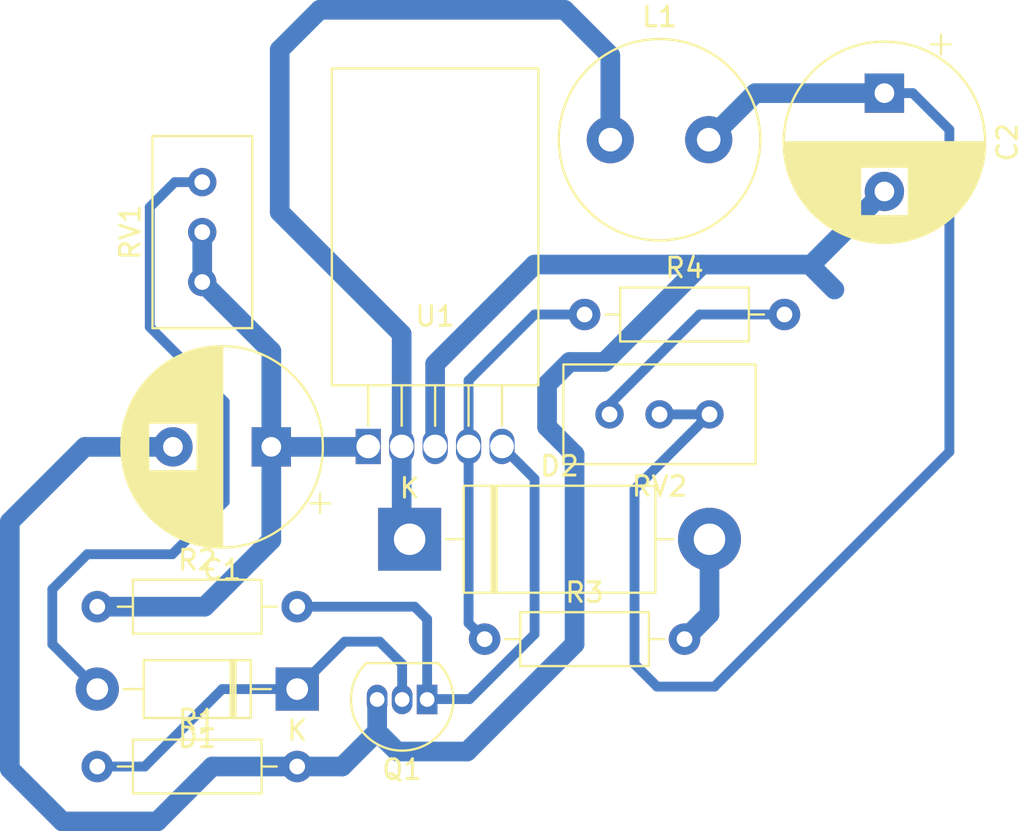
<source format=kicad_pcb>
(kicad_pcb (version 20211014) (generator pcbnew)
  (layers (0 "F.Cu" signal) (31 "B.Cu" signal) (34 "B.Paste" user) (35 "F.Paste" user) (36 "B.SilkS" user "B.Silkscreen") (37 "F.SilkS" user "F.Silkscreen") (38 "B.Mask" user) (39 "F.Mask" user) (44 "Edge.Cuts" user))
  (net 0 "")
  (net 1 "Net-(L1-Pad2)")
  (net 2 "Earth")
  (net 3 "Net-(D1-Pad1)")
  (net 4 "Net-(U1-Pad1)")
  (net 5 "Net-(D1-Pad2)")
  (net 6 "Net-(D2-Pad1)")
  (net 7 "Net-(U1-Pad5)")
  (net 8 "Net-(R3-Pad1)")
  (net 9 "Net-(RV2-Pad1)")
  (footprint "Resistor_THT:R_Axial_DIN0207_L6.3mm_D2.5mm_P10.16mm_Horizontal" (layer "F.Cu") (at 137.16 83.82)
    (fp_text reference "R3" (at 5.08 -2.37) (layer "F.SilkS"))
    (fp_text value "1k")
    (fp_line (start 1.04 0) (end 1.81 0) (layer "F.SilkS") (width 0.12))
    (fp_line (start 8.35 1.37) (end 8.35 -1.37) (layer "F.SilkS") (width 0.12))
    (fp_line (start 1.81 1.37) (end 8.35 1.37) (layer "F.SilkS") (width 0.12))
    (fp_line (start 1.81 -1.37) (end 1.81 1.37) (layer "F.SilkS") (width 0.12))
    (fp_line (start 9.12 0) (end 8.35 0) (layer "F.SilkS") (width 0.12))
    (fp_line (start 8.35 -1.37) (end 1.81 -1.37) (layer "F.SilkS") (width 0.12))
    (pad "1" thru_hole circle (at 0 0) (size 1.6 1.6) (drill 0.8) (layers *.Cu *.Mask) (net 8 "Net-(R3-Pad1)"))
    (pad "2" thru_hole oval (at 10.16 0) (size 1.6 1.6) (drill 0.8) (layers *.Cu *.Mask) (net 2 "Earth"))
  )
  (footprint "Capacitor_THT:CP_Radial_D10.0mm_P5.00mm" (layer "F.Cu") (at 126.319677 74.041 180)
    (fp_text reference "C1" (at 2.5 -6.25) (layer "F.SilkS"))
    (fp_text value "470u")
    (fp_line (start 4.341 -4.738) (end 4.341 -1.241) (layer "F.SilkS") (width 0.12))
    (fp_line (start 5.381 1.241) (end 5.381 4.194) (layer "F.SilkS") (width 0.12))
    (fp_line (start 7.341 -1.63) (end 7.341 1.63) (layer "F.SilkS") (width 0.12))
    (fp_line (start 4.501 1.241) (end 4.501 4.674) (layer "F.SilkS") (width 0.12))
    (fp_line (start 4.941 1.241) (end 4.941 4.462) (layer "F.SilkS") (width 0.12))
    (fp_line (start 6.021 1.241) (end 6.021 3.679) (layer "F.SilkS") (width 0.12))
    (fp_line (start 6.061 1.241) (end 6.061 3.64) (layer "F.SilkS") (width 0.12))
    (fp_line (start 5.581 -4.05) (end 5.581 -1.241) (layer "F.SilkS") (width 0.12))
    (fp_line (start 3.661 -4.947) (end 3.661 4.947) (layer "F.SilkS") (width 0.12))
    (fp_line (start 4.821 -4.525) (end 4.821 -1.241) (layer "F.SilkS") (width 0.12))
    (fp_line (start 5.541 1.241) (end 5.541 4.08) (layer "F.SilkS") (width 0.12))
    (fp_line (start 4.781 1.241) (end 4.781 4.545) (layer "F.SilkS") (width 0.12))
    (fp_line (start 4.861 1.241) (end 4.861 4.504) (layer "F.SilkS") (width 0.12))
    (fp_line (start 2.54 -5.08) (end 2.54 5.08) (layer "F.SilkS") (width 0.12))
    (fp_line (start 3.261 -5.024) (end 3.261 5.024) (layer "F.SilkS") (width 0.12))
    (fp_line (start 4.701 1.241) (end 4.701 4.584) (layer "F.SilkS") (width 0.12))
    (fp_line (start 2.82 -5.07) (end 2.82 5.07) (layer "F.SilkS") (width 0.12))
    (fp_line (start 5.821 -3.858) (end 5.821 -1.241) (layer "F.SilkS") (width 0.12))
    (fp_line (start 2.74 -5.075) (end 2.74 5.075) (layer "F.SilkS") (width 0.12))
    (fp_line (start 4.741 -4.564) (end 4.741 -1.241) (layer "F.SilkS") (width 0.12))
    (fp_line (start 2.86 -5.068) (end 2.86 5.068) (layer "F.SilkS") (width 0.12))
    (fp_line (start 5.781 1.241) (end 5.781 3.892) (layer "F.SilkS") (width 0.12))
    (fp_line (start 6.941 -2.51) (end 6.941 2.51) (layer "F.SilkS") (width 0.12))
    (fp_line (start 4.621 1.241) (end 4.621 4.621) (layer "F.SilkS") (width 0.12))
    (fp_line (start 7.141 -2.125) (end 7.141 2.125) (layer "F.SilkS") (width 0.12))
    (fp_line (start 5.981 1.241) (end 5.981 3.716) (layer "F.SilkS") (width 0.12))
    (fp_line (start 4.941 -4.462) (end 4.941 -1.241) (layer "F.SilkS") (width 0.12))
    (fp_line (start 5.501 1.241) (end 5.501 4.11) (layer "F.SilkS") (width 0.12))
    (fp_line (start 6.221 -3.478) (end 6.221 -1.241) (layer "F.SilkS") (width 0.12))
    (fp_line (start 4.901 1.241) (end 4.901 4.483) (layer "F.SilkS") (width 0.12))
    (fp_line (start 2.94 -5.062) (end 2.94 5.062) (layer "F.SilkS") (width 0.12))
    (fp_line (start 7.221 -1.944) (end 7.221 1.944) (layer "F.SilkS") (width 0.12))
    (fp_line (start 4.421 1.241) (end 4.421 4.707) (layer "F.SilkS") (width 0.12))
    (fp_line (start 3.18 -5.035) (end 3.18 5.035) (layer "F.SilkS") (width 0.12))
    (fp_line (start 5.701 1.241) (end 5.701 3.957) (layer "F.SilkS") (width 0.12))
    (fp_line (start 6.181 1.241) (end 6.181 3.52) (layer "F.SilkS") (width 0.12))
    (fp_line (start 7.181 -2.037) (end 7.181 2.037) (layer "F.SilkS") (width 0.12))
    (fp_line (start 4.981 -4.44) (end 4.981 -1.241) (layer "F.SilkS") (width 0.12))
    (fp_line (start 6.781 -2.77) (end 6.781 2.77) (layer "F.SilkS") (width 0.12))
    (fp_line (start 3.901 -4.885) (end 3.901 -1.241) (layer "F.SilkS") (width 0.12))
    (fp_line (start 2.78 -5.073) (end 2.78 5.073) (layer "F.SilkS") (width 0.12))
    (fp_line (start -2.979646 -2.875) (end -1.979646 -2.875) (layer "F.SilkS") (width 0.12))
    (fp_line (start 6.421 -3.254) (end 6.421 3.254) (layer "F.SilkS") (width 0.12))
    (fp_line (start 6.701 -2.889) (end 6.701 2.889) (layer "F.SilkS") (width 0.12))
    (fp_line (start 6.061 -3.64) (end 6.061 -1.241) (layer "F.SilkS") (width 0.12))
    (fp_line (start 4.701 -4.584) (end 4.701 -1.241) (layer "F.SilkS") (width 0.12))
    (fp_line (start 3.981 1.241) (end 3.981 4.862) (layer "F.SilkS") (width 0.12))
    (fp_line (start 6.341 -3.347) (end 6.341 3.347) (layer "F.SilkS") (width 0.12))
    (fp_line (start 4.421 -4.707) (end 4.421 -1.241) (layer "F.SilkS") (width 0.12))
    (fp_line (start 5.061 1.241) (end 5.061 4.395) (layer "F.SilkS") (width 0.12))
    (fp_line (start 4.181 -4.797) (end 4.181 -1.241) (layer "F.SilkS") (width 0.12))
    (fp_line (start 5.541 -4.08) (end 5.541 -1.241) (layer "F.SilkS") (width 0.12))
    (fp_line (start 2.9 -5.065) (end 2.9 5.065) (layer "F.SilkS") (width 0.12))
    (fp_line (start 4.181 1.241) (end 4.181 4.797) (layer "F.SilkS") (width 0.12))
    (fp_line (start 5.621 -4.02) (end 5.621 -1.241) (layer "F.SilkS") (width 0.12))
    (fp_line (start 5.501 -4.11) (end 5.501 -1.241) (layer "F.SilkS") (width 0.12))
    (fp_line (start 6.261 -3.436) (end 6.261 3.436) (layer "F.SilkS") (width 0.12))
    (fp_line (start 4.501 -4.674) (end 4.501 -1.241) (layer "F.SilkS") (width 0.12))
    (fp_line (start 4.461 1.241) (end 4.461 4.69) (layer "F.SilkS") (width 0.12))
    (fp_line (start 5.141 1.241) (end 5.141 4.347) (layer "F.SilkS") (width 0.12))
    (fp_line (start 6.461 -3.206) (end 6.461 3.206) (layer "F.SilkS") (width 0.12))
    (fp_line (start 4.581 -4.639) (end 4.581 -1.241) (layer "F.SilkS") (width 0.12))
    (fp_line (start 2.7 -5.077) (end 2.7 5.077) (layer "F.SilkS") (width 0.12))
    (fp_line (start 3.861 -4.897) (end 3.861 -1.241) (layer "F.SilkS") (width 0.12))
    (fp_line (start 6.901 -2.579) (end 6.901 2.579) (layer "F.SilkS") (width 0.12))
    (fp_line (start 6.221 1.241) (end 6.221 3.478) (layer "F.SilkS") (width 0.12))
    (fp_line (start 4.341 1.241) (end 4.341 4.738) (layer "F.SilkS") (width 0.12))
    (fp_line (start 6.821 -2.709) (end 6.821 2.709) (layer "F.SilkS") (width 0.12))
    (fp_line (start 5.821 1.241) (end 5.821 3.858) (layer "F.SilkS") (width 0.12))
    (fp_line (start 3.941 -4.874) (end 3.941 -1.241) (layer "F.SilkS") (width 0.12))
    (fp_line (start 4.061 1.241) (end 4.061 4.837) (layer "F.SilkS") (width 0.12))
    (fp_line (start 6.981 -2.439) (end 6.981 2.439) (layer "F.SilkS") (width 0.12))
    (fp_line (start 5.781 -3.892) (end 5.781 -1.241) (layer "F.SilkS") (width 0.12))
    (fp_line (start 4.381 1.241) (end 4.381 4.723) (layer "F.SilkS") (width 0.12))
    (fp_line (start 5.461 -4.138) (end 5.461 -1.241) (layer "F.SilkS") (width 0.12))
    (fp_line (start 4.581 1.241) (end 4.581 4.639) (layer "F.SilkS") (width 0.12))
    (fp_line (start 4.221 -4.783) (end 4.221 -1.241) (layer "F.SilkS") (width 0.12))
    (fp_line (start 4.061 -4.837) (end 4.061 -1.241) (layer "F.SilkS") (width 0.12))
    (fp_line (start 4.301 1.241) (end 4.301 4.754) (layer "F.SilkS") (width 0.12))
    (fp_line (start 4.021 1.241) (end 4.021 4.85) (layer "F.SilkS") (width 0.12))
    (fp_line (start 6.101 -3.601) (end 6.101 -1.241) (layer "F.SilkS") (width 0.12))
    (fp_line (start 6.661 -2.945) (end 6.661 2.945) (layer "F.SilkS") (width 0.12))
    (fp_line (start 5.941 -3.753) (end 5.941 -1.241) (layer "F.SilkS") (width 0.12))
    (fp_line (start 5.101 1.241) (end 5.101 4.371) (layer "F.SilkS") (width 0.12))
    (fp_line (start 4.861 -4.504) (end 4.861 -1.241) (layer "F.SilkS") (width 0.12))
    (fp_line (start 7.301 -1.742) (end 7.301 1.742) (layer "F.SilkS") (width 0.12))
    (fp_line (start 4.821 1.241) (end 4.821 4.525) (layer "F.SilkS") (width 0.12))
    (fp_line (start 3.501 -4.982) (end 3.501 4.982) (layer "F.SilkS") (width 0.12))
    (fp_line (start 5.261 -4.273) (end 5.261 -1.241) (layer "F.SilkS") (width 0.12))
    (fp_line (start 2.58 -5.08) (end 2.58 5.08) (layer "F.SilkS") (width 0.12))
    (fp_line (start 4.301 -4.754) (end 4.301 -1.241) (layer "F.SilkS") (width 0.12))
    (fp_line (start 3.461 -4.99) (end 3.461 4.99) (layer "F.SilkS") (width 0.12))
    (fp_line (start 7.581 -0.599) (end 7.581 0.599) (layer "F.SilkS") (width 0.12))
    (fp_line (start 5.341 -4.221) (end 5.341 -1.241) (layer "F.SilkS") (width 0.12))
    (fp_line (start 2.62 -5.079) (end 2.62 5.079) (layer "F.SilkS") (width 0.12))
    (fp_line (start 6.501 -3.156) (end 6.501 3.156) (layer "F.SilkS") (width 0.12))
    (fp_line (start 6.101 1.241) (end 6.101 3.601) (layer "F.SilkS") (width 0.12))
    (fp_line (start 6.621 -3) (end 6.621 3) (layer "F.SilkS") (width 0.12))
    (fp_line (start 3.781 1.241) (end 3.781 4.918) (layer "F.SilkS") (width 0.12))
    (fp_line (start 5.461 1.241) (end 5.461 4.138) (layer "F.SilkS") (width 0.12))
    (fp_line (start 3.701 -4.938) (end 3.701 4.938) (layer "F.SilkS") (width 0.12))
    (fp_line (start 7.541 -0.862) (end 7.541 0.862) (layer "F.SilkS") (width 0.12))
    (fp_line (start 5.901 1.241) (end 5.901 3.789) (layer "F.SilkS") (width 0.12))
    (fp_line (start 5.181 -4.323) (end 5.181 -1.241) (layer "F.SilkS") (width 0.12))
    (fp_line (start 5.701 -3.957) (end 5.701 -1.241) (layer "F.SilkS") (width 0.12))
    (fp_line (start 5.901 -3.789) (end 5.901 -1.241) (layer "F.SilkS") (width 0.12))
    (fp_line (start 3.14 -5.04) (end 3.14 5.04) (layer "F.SilkS") (width 0.12))
    (fp_line (start 3.221 -5.03) (end 3.221 5.03) (layer "F.SilkS") (width 0.12))
    (fp_line (start 3.781 -4.918) (end 3.781 -1.241) (layer "F.SilkS") (width 0.12))
    (fp_line (start 4.101 -4.824) (end 4.101 -1.241) (layer "F.SilkS") (width 0.12))
    (fp_line (start 6.141 1.241) (end 6.141 3.561) (layer "F.SilkS") (width 0.12))
    (fp_line (start 5.301 1.241) (end 5.301 4.247) (layer "F.SilkS") (width 0.12))
    (fp_line (start 5.741 -3.925) (end 5.741 -1.241) (layer "F.SilkS") (width 0.12))
    (fp_line (start 4.661 -4.603) (end 4.661 -1.241) (layer "F.SilkS") (width 0.12))
    (fp_line (start 3.941 1.241) (end 3.941 4.874) (layer "F.SilkS") (width 0.12))
    (fp_line (start 4.381 -4.723) (end 4.381 -1.241) (layer "F.SilkS") (width 0.12))
    (fp_line (start 6.141 -3.561) (end 6.141 -1.241) (layer "F.SilkS") (width 0.12))
    (fp_line (start 5.021 -4.417) (end 5.021 -1.241) (layer "F.SilkS") (width 0.12))
    (fp_line (start 5.141 -4.347) (end 5.141 -1.241) (layer "F.SilkS") (width 0.12))
    (fp_line (start 2.98 -5.058) (end 2.98 5.058) (layer "F.SilkS") (width 0.12))
    (fp_line (start 5.101 -4.371) (end 5.101 -1.241) (layer "F.SilkS") (width 0.12))
    (fp_line (start 3.901 1.241) (end 3.901 4.885) (layer "F.SilkS") (width 0.12))
    (fp_line (start 5.981 -3.716) (end 5.981 -1.241) (layer "F.SilkS") (width 0.12))
    (fp_line (start 6.381 -3.301) (end 6.381 3.301) (layer "F.SilkS") (width 0.12))
    (fp_line (start 7.421 -1.378) (end 7.421 1.378) (layer "F.SilkS") (width 0.12))
    (fp_line (start 2.5 -5.08) (end 2.5 5.08) (layer "F.SilkS") (width 0.12))
    (fp_line (start 4.021 -4.85) (end 4.021 -1.241) (layer "F.SilkS") (width 0.12))
    (fp_line (start 7.381 -1.51) (end 7.381 1.51) (layer "F.SilkS") (width 0.12))
    (fp_line (start 3.821 1.241) (end 3.821 4.907) (layer "F.SilkS") (width 0.12))
    (fp_line (start 4.461 -4.69) (end 4.461 -1.241) (layer "F.SilkS") (width 0.12))
    (fp_line (start 5.221 -4.298) (end 5.221 -1.241) (layer "F.SilkS") (width 0.12))
    (fp_line (start 5.021 1.241) (end 5.021 4.417) (layer "F.SilkS") (width 0.12))
    (fp_line (start 6.581 -3.054) (end 6.581 3.054) (layer "F.SilkS") (width 0.12))
    (fp_line (start -2.479646 -3.375) (end -2.479646 -2.375) (layer "F.SilkS") (width 0.12))
    (fp_line (start 5.661 -3.989) (end 5.661 -1.241) (layer "F.SilkS") (width 0.12))
    (fp_line (start 4.141 1.241) (end 4.141 4.811) (layer "F.SilkS") (width 0.12))
    (fp_line (start 7.061 -2.289) (end 7.061 2.289) (layer "F.SilkS") (width 0.12))
    (fp_line (start 4.741 1.241) (end 4.741 4.564) (layer "F.SilkS") (width 0.12))
    (fp_line (start 5.861 1.241) (end 5.861 3.824) (layer "F.SilkS") (width 0.12))
    (fp_line (start 4.261 -4.768) (end 4.261 -1.241) (layer "F.SilkS") (width 0.12))
    (fp_line (start 5.741 1.241) (end 5.741 3.925) (layer "F.SilkS") (width 0.12))
    (fp_line (start 3.821 -4.907) (end 3.821 -1.241) (layer "F.SilkS") (width 0.12))
    (fp_line (start 7.501 -1.062) (end 7.501 1.062) (layer "F.SilkS") (width 0.12))
    (fp_line (start 6.861 -2.645) (end 6.861 2.645) (layer "F.SilkS") (width 0.12))
    (fp_line (start 4.781 -4.545) (end 4.781 -1.241) (layer "F.SilkS") (width 0.12))
    (fp_line (start 3.341 -5.011) (end 3.341 5.011) (layer "F.SilkS") (width 0.12))
    (fp_line (start 3.1 -5.045) (end 3.1 5.045) (layer "F.SilkS") (width 0.12))
    (fp_line (start 3.381 -5.004) (end 3.381 5.004) (layer "F.SilkS") (width 0.12))
    (fp_line (start 7.101 -2.209) (end 7.101 2.209) (layer "F.SilkS") (width 0.12))
    (fp_line (start 6.741 -2.83) (end 6.741 2.83) (layer "F.SilkS") (width 0.12))
    (fp_line (start 3.861 1.241) (end 3.861 4.897) (layer "F.SilkS") (width 0.12))
    (fp_line (start 3.741 -4.928) (end 3.741 4.928) (layer "F.SilkS") (width 0.12))
    (fp_line (start 5.061 -4.395) (end 5.061 -1.241) (layer "F.SilkS") (width 0.12))
    (fp_line (start 5.301 -4.247) (end 5.301 -1.241) (layer "F.SilkS") (width 0.12))
    (fp_line (start 5.861 -3.824) (end 5.861 -1.241) (layer "F.SilkS") (width 0.12))
    (fp_line (start 4.901 -4.483) (end 4.901 -1.241) (layer "F.SilkS") (width 0.12))
    (fp_line (start 5.421 -4.166) (end 5.421 -1.241) (layer "F.SilkS") (width 0.12))
    (fp_line (start 4.141 -4.811) (end 4.141 -1.241) (layer "F.SilkS") (width 0.12))
    (fp_line (start 6.301 -3.392) (end 6.301 3.392) (layer "F.SilkS") (width 0.12))
    (fp_line (start 4.101 1.241) (end 4.101 4.824) (layer "F.SilkS") (width 0.12))
    (fp_line (start 6.021 -3.679) (end 6.021 -1.241) (layer "F.SilkS") (width 0.12))
    (fp_line (start 4.621 -4.621) (end 4.621 -1.241) (layer "F.SilkS") (width 0.12))
    (fp_line (start 4.981 1.241) (end 4.981 4.44) (layer "F.SilkS") (width 0.12))
    (fp_line (start 4.221 1.241) (end 4.221 4.783) (layer "F.SilkS") (width 0.12))
    (fp_line (start 5.341 1.241) (end 5.341 4.221) (layer "F.SilkS") (width 0.12))
    (fp_line (start 3.301 -5.018) (end 3.301 5.018) (layer "F.SilkS") (width 0.12))
    (fp_line (start 6.541 -3.106) (end 6.541 3.106) (layer "F.SilkS") (width 0.12))
    (fp_line (start 2.66 -5.078) (end 2.66 5.078) (layer "F.SilkS") (width 0.12))
    (fp_line (start 6.181 -3.52) (end 6.181 -1.241) (layer "F.SilkS") (width 0.12))
    (fp_line (start 3.06 -5.05) (end 3.06 5.05) (layer "F.SilkS") (width 0.12))
    (fp_line (start 4.541 1.241) (end 4.541 4.657) (layer "F.SilkS") (width 0.12))
    (fp_line (start 3.621 -4.956) (end 3.621 4.956) (layer "F.SilkS") (width 0.12))
    (fp_line (start 3.581 -4.965) (end 3.581 4.965) (layer "F.SilkS") (width 0.12))
    (fp_line (start 5.181 1.241) (end 5.181 4.323) (layer "F.SilkS") (width 0.12))
    (fp_line (start 4.541 -4.657) (end 4.541 -1.241) (layer "F.SilkS") (width 0.12))
    (fp_line (start 3.541 -4.974) (end 3.541 4.974) (layer "F.SilkS") (width 0.12))
    (fp_line (start 4.661 1.241) (end 4.661 4.603) (layer "F.SilkS") (width 0.12))
    (fp_line (start 3.02 -5.054) (end 3.02 5.054) (layer "F.SilkS") (width 0.12))
    (fp_line (start 4.261 1.241) (end 4.261 4.768) (layer "F.SilkS") (width 0.12))
    (fp_line (start 5.221 1.241) (end 5.221 4.298) (layer "F.SilkS") (width 0.12))
    (fp_line (start 3.421 -4.997) (end 3.421 4.997) (layer "F.SilkS") (width 0.12))
    (fp_line (start 7.461 -1.23) (end 7.461 1.23) (layer "F.SilkS") (width 0.12))
    (fp_line (start 7.261 -1.846) (end 7.261 1.846) (layer "F.SilkS") (width 0.12))
    (fp_line (start 5.381 -4.194) (end 5.381 -1.241) (layer "F.SilkS") (width 0.12))
    (fp_line (start 5.941 1.241) (end 5.941 3.753) (layer "F.SilkS") (width 0.12))
    (fp_line (start 7.021 -2.365) (end 7.021 2.365) (layer "F.SilkS") (width 0.12))
    (fp_line (start 5.421 1.241) (end 5.421 4.166) (layer "F.SilkS") (width 0.12))
    (fp_line (start 3.981 -4.862) (end 3.981 -1.241) (layer "F.SilkS") (width 0.12))
    (fp_line (start 5.621 1.241) (end 5.621 4.02) (layer "F.SilkS") (width 0.12))
    (fp_line (start 5.261 1.241) (end 5.261 4.273) (layer "F.SilkS") (width 0.12))
    (fp_line (start 5.661 1.241) (end 5.661 3.989) (layer "F.SilkS") (width 0.12))
    (fp_line (start 5.581 1.241) (end 5.581 4.05) (layer "F.SilkS") (width 0.12))
    (fp_circle (center 2.5 0) (end 7.62 0) (layer "F.SilkS") (width 0.12) (fill none))
    (pad "1" thru_hole rect (at 0 0 180) (size 2 2) (drill 1) (layers *.Cu *.Mask) (net 4 "Net-(U1-Pad1)"))
    (pad "2" thru_hole circle (at 5 0 180) (size 2 2) (drill 1) (layers *.Cu *.Mask) (net 2 "Earth"))
  )
  (footprint "Inductor_THT:L_Radial_D10.0mm_P5.00mm_Neosid_SD12k_style3" (layer "F.Cu") (at 143.55 58.42)
    (fp_text reference "L1" (at 2.5 -6.25) (layer "F.SilkS"))
    (fp_text value "68u")
    (fp_circle (center 2.5 0) (end 7.62 0) (layer "F.SilkS") (width 0.12) (fill none))
    (pad "1" thru_hole circle (at 0 0) (size 2.4 2.4) (drill 1.2) (layers *.Cu *.Mask) (net 6 "Net-(D2-Pad1)"))
    (pad "2" thru_hole circle (at 5 0) (size 2.4 2.4) (drill 1.2) (layers *.Cu *.Mask) (net 1 "Net-(L1-Pad2)"))
  )
  (footprint "Capacitor_THT:CP_Radial_D10.0mm_P5.00mm" (layer "F.Cu") (at 157.48 56.052323 -90)
    (fp_text reference "C2" (at 2.5 -6.25 90) (layer "F.SilkS"))
    (fp_text value "220n")
    (fp_line (start 5.901 -3.789) (end 5.901 -1.241) (layer "F.SilkS") (width 0.12))
    (fp_line (start 3.02 -5.054) (end 3.02 5.054) (layer "F.SilkS") (width 0.12))
    (fp_line (start 4.821 1.241) (end 4.821 4.525) (layer "F.SilkS") (width 0.12))
    (fp_line (start 6.101 -3.601) (end 6.101 -1.241) (layer "F.SilkS") (width 0.12))
    (fp_line (start 4.901 -4.483) (end 4.901 -1.241) (layer "F.SilkS") (width 0.12))
    (fp_line (start 6.301 -3.392) (end 6.301 3.392) (layer "F.SilkS") (width 0.12))
    (fp_line (start 4.301 1.241) (end 4.301 4.754) (layer "F.SilkS") (width 0.12))
    (fp_line (start 6.621 -3) (end 6.621 3) (layer "F.SilkS") (width 0.12))
    (fp_line (start 5.901 1.241) (end 5.901 3.789) (layer "F.SilkS") (width 0.12))
    (fp_line (start 5.221 -4.298) (end 5.221 -1.241) (layer "F.SilkS") (width 0.12))
    (fp_line (start 4.821 -4.525) (end 4.821 -1.241) (layer "F.SilkS") (width 0.12))
    (fp_line (start 5.781 1.241) (end 5.781 3.892) (layer "F.SilkS") (width 0.12))
    (fp_line (start 5.021 1.241) (end 5.021 4.417) (layer "F.SilkS") (width 0.12))
    (fp_line (start 4.101 -4.824) (end 4.101 -1.241) (layer "F.SilkS") (width 0.12))
    (fp_line (start 4.701 -4.584) (end 4.701 -1.241) (layer "F.SilkS") (width 0.12))
    (fp_line (start 5.541 1.241) (end 5.541 4.08) (layer "F.SilkS") (width 0.12))
    (fp_line (start 3.661 -4.947) (end 3.661 4.947) (layer "F.SilkS") (width 0.12))
    (fp_line (start 5.141 1.241) (end 5.141 4.347) (layer "F.SilkS") (width 0.12))
    (fp_line (start 2.54 -5.08) (end 2.54 5.08) (layer "F.SilkS") (width 0.12))
    (fp_line (start 6.141 -3.561) (end 6.141 -1.241) (layer "F.SilkS") (width 0.12))
    (fp_line (start 6.821 -2.709) (end 6.821 2.709) (layer "F.SilkS") (width 0.12))
    (fp_line (start 6.181 1.241) (end 6.181 3.52) (layer "F.SilkS") (width 0.12))
    (fp_line (start 3.981 1.241) (end 3.981 4.862) (layer "F.SilkS") (width 0.12))
    (fp_line (start 3.861 -4.897) (end 3.861 -1.241) (layer "F.SilkS") (width 0.12))
    (fp_line (start 4.861 1.241) (end 4.861 4.504) (layer "F.SilkS") (width 0.12))
    (fp_line (start 3.621 -4.956) (end 3.621 4.956) (layer "F.SilkS") (width 0.12))
    (fp_line (start 4.261 -4.768) (end 4.261 -1.241) (layer "F.SilkS") (width 0.12))
    (fp_line (start 7.461 -1.23) (end 7.461 1.23) (layer "F.SilkS") (width 0.12))
    (fp_line (start 4.661 -4.603) (end 4.661 -1.241) (layer "F.SilkS") (width 0.12))
    (fp_line (start 4.421 -4.707) (end 4.421 -1.241) (layer "F.SilkS") (width 0.12))
    (fp_line (start 5.621 -4.02) (end 5.621 -1.241) (layer "F.SilkS") (width 0.12))
    (fp_line (start 4.661 1.241) (end 4.661 4.603) (layer "F.SilkS") (width 0.12))
    (fp_line (start 3.901 1.241) (end 3.901 4.885) (layer "F.SilkS") (width 0.12))
    (fp_line (start 6.581 -3.054) (end 6.581 3.054) (layer "F.SilkS") (width 0.12))
    (fp_line (start 6.501 -3.156) (end 6.501 3.156) (layer "F.SilkS") (width 0.12))
    (fp_line (start 7.141 -2.125) (end 7.141 2.125) (layer "F.SilkS") (width 0.12))
    (fp_line (start -2.979646 -2.875) (end -1.979646 -2.875) (layer "F.SilkS") (width 0.12))
    (fp_line (start 5.941 -3.753) (end 5.941 -1.241) (layer "F.SilkS") (width 0.12))
    (fp_line (start 5.501 -4.11) (end 5.501 -1.241) (layer "F.SilkS") (width 0.12))
    (fp_line (start 4.061 1.241) (end 4.061 4.837) (layer "F.SilkS") (width 0.12))
    (fp_line (start 5.941 1.241) (end 5.941 3.753) (layer "F.SilkS") (width 0.12))
    (fp_line (start 5.181 1.241) (end 5.181 4.323) (layer "F.SilkS") (width 0.12))
    (fp_line (start 3.341 -5.011) (end 3.341 5.011) (layer "F.SilkS") (width 0.12))
    (fp_line (start 3.861 1.241) (end 3.861 4.897) (layer "F.SilkS") (width 0.12))
    (fp_line (start 5.101 1.241) (end 5.101 4.371) (layer "F.SilkS") (width 0.12))
    (fp_line (start 4.261 1.241) (end 4.261 4.768) (layer "F.SilkS") (width 0.12))
    (fp_line (start 6.221 1.241) (end 6.221 3.478) (layer "F.SilkS") (width 0.12))
    (fp_line (start 4.541 1.241) (end 4.541 4.657) (layer "F.SilkS") (width 0.12))
    (fp_line (start 4.181 1.241) (end 4.181 4.797) (layer "F.SilkS") (width 0.12))
    (fp_line (start 5.421 -4.166) (end 5.421 -1.241) (layer "F.SilkS") (width 0.12))
    (fp_line (start 5.981 -3.716) (end 5.981 -1.241) (layer "F.SilkS") (width 0.12))
    (fp_line (start 4.061 -4.837) (end 4.061 -1.241) (layer "F.SilkS") (width 0.12))
    (fp_line (start 4.221 1.241) (end 4.221 4.783) (layer "F.SilkS") (width 0.12))
    (fp_line (start 2.78 -5.073) (end 2.78 5.073) (layer "F.SilkS") (width 0.12))
    (fp_line (start 4.421 1.241) (end 4.421 4.707) (layer "F.SilkS") (width 0.12))
    (fp_line (start 3.501 -4.982) (end 3.501 4.982) (layer "F.SilkS") (width 0.12))
    (fp_line (start 5.581 1.241) (end 5.581 4.05) (layer "F.SilkS") (width 0.12))
    (fp_line (start 5.021 -4.417) (end 5.021 -1.241) (layer "F.SilkS") (width 0.12))
    (fp_line (start 5.381 1.241) (end 5.381 4.194) (layer "F.SilkS") (width 0.12))
    (fp_line (start 4.981 -4.44) (end 4.981 -1.241) (layer "F.SilkS") (width 0.12))
    (fp_line (start 6.061 1.241) (end 6.061 3.64) (layer "F.SilkS") (width 0.12))
    (fp_line (start 6.381 -3.301) (end 6.381 3.301) (layer "F.SilkS") (width 0.12))
    (fp_line (start 6.261 -3.436) (end 6.261 3.436) (layer "F.SilkS") (width 0.12))
    (fp_line (start 3.18 -5.035) (end 3.18 5.035) (layer "F.SilkS") (width 0.12))
    (fp_line (start 4.221 -4.783) (end 4.221 -1.241) (layer "F.SilkS") (width 0.12))
    (fp_line (start 7.541 -0.862) (end 7.541 0.862) (layer "F.SilkS") (width 0.12))
    (fp_line (start 5.421 1.241) (end 5.421 4.166) (layer "F.SilkS") (width 0.12))
    (fp_line (start 4.581 -4.639) (end 4.581 -1.241) (layer "F.SilkS") (width 0.12))
    (fp_line (start 3.821 1.241) (end 3.821 4.907) (layer "F.SilkS") (width 0.12))
    (fp_line (start 4.861 -4.504) (end 4.861 -1.241) (layer "F.SilkS") (width 0.12))
    (fp_line (start 6.701 -2.889) (end 6.701 2.889) (layer "F.SilkS") (width 0.12))
    (fp_line (start 5.301 -4.247) (end 5.301 -1.241) (layer "F.SilkS") (width 0.12))
    (fp_line (start 4.141 1.241) (end 4.141 4.811) (layer "F.SilkS") (width 0.12))
    (fp_line (start 5.821 1.241) (end 5.821 3.858) (layer "F.SilkS") (width 0.12))
    (fp_line (start 3.14 -5.04) (end 3.14 5.04) (layer "F.SilkS") (width 0.12))
    (fp_line (start 3.781 -4.918) (end 3.781 -1.241) (layer "F.SilkS") (width 0.12))
    (fp_line (start 2.66 -5.078) (end 2.66 5.078) (layer "F.SilkS") (width 0.12))
    (fp_line (start 7.261 -1.846) (end 7.261 1.846) (layer "F.SilkS") (width 0.12))
    (fp_line (start 5.461 1.241) (end 5.461 4.138) (layer "F.SilkS") (width 0.12))
    (fp_line (start 6.101 1.241) (end 6.101 3.601) (layer "F.SilkS") (width 0.12))
    (fp_line (start 4.901 1.241) (end 4.901 4.483) (layer "F.SilkS") (width 0.12))
    (fp_line (start 6.941 -2.51) (end 6.941 2.51) (layer "F.SilkS") (width 0.12))
    (fp_line (start 4.781 1.241) (end 4.781 4.545) (layer "F.SilkS") (width 0.12))
    (fp_line (start 5.381 -4.194) (end 5.381 -1.241) (layer "F.SilkS") (width 0.12))
    (fp_line (start 5.661 1.241) (end 5.661 3.989) (layer "F.SilkS") (width 0.12))
    (fp_line (start 3.941 -4.874) (end 3.941 -1.241) (layer "F.SilkS") (width 0.12))
    (fp_line (start 5.821 -3.858) (end 5.821 -1.241) (layer "F.SilkS") (width 0.12))
    (fp_line (start 6.341 -3.347) (end 6.341 3.347) (layer "F.SilkS") (width 0.12))
    (fp_line (start 3.461 -4.99) (end 3.461 4.99) (layer "F.SilkS") (width 0.12))
    (fp_line (start 6.021 1.241) (end 6.021 3.679) (layer "F.SilkS") (width 0.12))
    (fp_line (start 2.82 -5.07) (end 2.82 5.07) (layer "F.SilkS") (width 0.12))
    (fp_line (start 3.701 -4.938) (end 3.701 4.938) (layer "F.SilkS") (width 0.12))
    (fp_line (start 3.821 -4.907) (end 3.821 -1.241) (layer "F.SilkS") (width 0.12))
    (fp_line (start 2.98 -5.058) (end 2.98 5.058) (layer "F.SilkS") (width 0.12))
    (fp_line (start 5.501 1.241) (end 5.501 4.11) (layer "F.SilkS") (width 0.12))
    (fp_line (start 5.861 -3.824) (end 5.861 -1.241) (layer "F.SilkS") (width 0.12))
    (fp_line (start 5.181 -4.323) (end 5.181 -1.241) (layer "F.SilkS") (width 0.12))
    (fp_line (start 4.341 1.241) (end 4.341 4.738) (layer "F.SilkS") (width 0.12))
    (fp_line (start 7.501 -1.062) (end 7.501 1.062) (layer "F.SilkS") (width 0.12))
    (fp_line (start 3.781 1.241) (end 3.781 4.918) (layer "F.SilkS") (width 0.12))
    (fp_line (start 5.301 1.241) (end 5.301 4.247) (layer "F.SilkS") (width 0.12))
    (fp_line (start 7.221 -1.944) (end 7.221 1.944) (layer "F.SilkS") (width 0.12))
    (fp_line (start 2.86 -5.068) (end 2.86 5.068) (layer "F.SilkS") (width 0.12))
    (fp_line (start 5.661 -3.989) (end 5.661 -1.241) (layer "F.SilkS") (width 0.12))
    (fp_line (start 6.181 -3.52) (end 6.181 -1.241) (layer "F.SilkS") (width 0.12))
    (fp_line (start 5.461 -4.138) (end 5.461 -1.241) (layer "F.SilkS") (width 0.12))
    (fp_line (start 5.141 -4.347) (end 5.141 -1.241) (layer "F.SilkS") (width 0.12))
    (fp_line (start 3.381 -5.004) (end 3.381 5.004) (layer "F.SilkS") (width 0.12))
    (fp_line (start 3.581 -4.965) (end 3.581 4.965) (layer "F.SilkS") (width 0.12))
    (fp_line (start 4.621 -4.621) (end 4.621 -1.241) (layer "F.SilkS") (width 0.12))
    (fp_line (start 4.501 -4.674) (end 4.501 -1.241) (layer "F.SilkS") (width 0.12))
    (fp_line (start 4.501 1.241) (end 4.501 4.674) (layer "F.SilkS") (width 0.12))
    (fp_line (start 7.301 -1.742) (end 7.301 1.742) (layer "F.SilkS") (width 0.12))
    (fp_line (start 5.621 1.241) (end 5.621 4.02) (layer "F.SilkS") (width 0.12))
    (fp_line (start 6.421 -3.254) (end 6.421 3.254) (layer "F.SilkS") (width 0.12))
    (fp_line (start 4.101 1.241) (end 4.101 4.824) (layer "F.SilkS") (width 0.12))
    (fp_line (start 6.541 -3.106) (end 6.541 3.106) (layer "F.SilkS") (width 0.12))
    (fp_line (start -2.479646 -3.375) (end -2.479646 -2.375) (layer "F.SilkS") (width 0.12))
    (fp_line (start 6.741 -2.83) (end 6.741 2.83) (layer "F.SilkS") (width 0.12))
    (fp_line (start 4.581 1.241) (end 4.581 4.639) (layer "F.SilkS") (width 0.12))
    (fp_line (start 5.781 -3.892) (end 5.781 -1.241) (layer "F.SilkS") (width 0.12))
    (fp_line (start 3.941 1.241) (end 3.941 4.874) (layer "F.SilkS") (width 0.12))
    (fp_line (start 3.981 -4.862) (end 3.981 -1.241) (layer "F.SilkS") (width 0.12))
    (fp_line (start 4.981 1.241) (end 4.981 4.44) (layer "F.SilkS") (width 0.12))
    (fp_line (start 3.1 -5.045) (end 3.1 5.045) (layer "F.SilkS") (width 0.12))
    (fp_line (start 7.101 -2.209) (end 7.101 2.209) (layer "F.SilkS") (width 0.12))
    (fp_line (start 4.301 -4.754) (end 4.301 -1.241) (layer "F.SilkS") (width 0.12))
    (fp_line (start 3.06 -5.05) (end 3.06 5.05) (layer "F.SilkS") (width 0.12))
    (fp_line (start 5.981 1.241) (end 5.981 3.716) (layer "F.SilkS") (width 0.12))
    (fp_line (start 3.421 -4.997) (end 3.421 4.997) (layer "F.SilkS") (width 0.12))
    (fp_line (start 4.781 -4.545) (end 4.781 -1.241) (layer "F.SilkS") (width 0.12))
    (fp_line (start 4.341 -4.738) (end 4.341 -1.241) (layer "F.SilkS") (width 0.12))
    (fp_line (start 6.861 -2.645) (end 6.861 2.645) (layer "F.SilkS") (width 0.12))
    (fp_line (start 4.461 1.241) (end 4.461 4.69) (layer "F.SilkS") (width 0.12))
    (fp_line (start 3.541 -4.974) (end 3.541 4.974) (layer "F.SilkS") (width 0.12))
    (fp_line (start 7.181 -2.037) (end 7.181 2.037) (layer "F.SilkS") (width 0.12))
    (fp_line (start 4.741 -4.564) (end 4.741 -1.241) (layer "F.SilkS") (width 0.12))
    (fp_line (start 3.901 -4.885) (end 3.901 -1.241) (layer "F.SilkS") (width 0.12))
    (fp_line (start 2.62 -5.079) (end 2.62 5.079) (layer "F.SilkS") (width 0.12))
    (fp_line (start 6.221 -3.478) (end 6.221 -1.241) (layer "F.SilkS") (width 0.12))
    (fp_line (start 6.061 -3.64) (end 6.061 -1.241) (layer "F.SilkS") (width 0.12))
    (fp_line (start 5.261 1.241) (end 5.261 4.273) (layer "F.SilkS") (width 0.12))
    (fp_line (start 3.221 -5.03) (end 3.221 5.03) (layer "F.SilkS") (width 0.12))
    (fp_line (start 7.381 -1.51) (end 7.381 1.51) (layer "F.SilkS") (width 0.12))
    (fp_line (start 5.741 1.241) (end 5.741 3.925) (layer "F.SilkS") (width 0.12))
    (fp_line (start 6.021 -3.679) (end 6.021 -1.241) (layer "F.SilkS") (width 0.12))
    (fp_line (start 6.781 -2.77) (end 6.781 2.77) (layer "F.SilkS") (width 0.12))
    (fp_line (start 4.141 -4.811) (end 4.141 -1.241) (layer "F.SilkS") (width 0.12))
    (fp_line (start 3.261 -5.024) (end 3.261 5.024) (layer "F.SilkS") (width 0.12))
    (fp_line (start 4.741 1.241) (end 4.741 4.564) (layer "F.SilkS") (width 0.12))
    (fp_line (start 4.941 1.241) (end 4.941 4.462) (layer "F.SilkS") (width 0.12))
    (fp_line (start 5.581 -4.05) (end 5.581 -1.241) (layer "F.SilkS") (width 0.12))
    (fp_line (start 6.901 -2.579) (end 6.901 2.579) (layer "F.SilkS") (width 0.12))
    (fp_line (start 5.221 1.241) (end 5.221 4.298) (layer "F.SilkS") (width 0.12))
    (fp_line (start 3.301 -5.018) (end 3.301 5.018) (layer "F.SilkS") (width 0.12))
    (fp_line (start 4.941 -4.462) (end 4.941 -1.241) (layer "F.SilkS") (width 0.12))
    (fp_line (start 4.381 -4.723) (end 4.381 -1.241) (layer "F.SilkS") (width 0.12))
    (fp_line (start 5.261 -4.273) (end 5.261 -1.241) (layer "F.SilkS") (width 0.12))
    (fp_line (start 6.141 1.241) (end 6.141 3.561) (layer "F.SilkS") (width 0.12))
    (fp_line (start 4.021 1.241) (end 4.021 4.85) (layer "F.SilkS") (width 0.12))
    (fp_line (start 4.461 -4.69) (end 4.461 -1.241) (layer "F.SilkS") (width 0.12))
    (fp_line (start 5.341 1.241) (end 5.341 4.221) (layer "F.SilkS") (width 0.12))
    (fp_line (start 5.861 1.241) (end 5.861 3.824) (layer "F.SilkS") (width 0.12))
    (fp_line (start 5.341 -4.221) (end 5.341 -1.241) (layer "F.SilkS") (width 0.12))
    (fp_line (start 4.541 -4.657) (end 4.541 -1.241) (layer "F.SilkS") (width 0.12))
    (fp_line (start 6.981 -2.439) (end 6.981 2.439) (layer "F.SilkS") (width 0.12))
    (fp_line (start 5.741 -3.925) (end 5.741 -1.241) (layer "F.SilkS") (width 0.12))
    (fp_line (start 4.701 1.241) (end 4.701 4.584) (layer "F.SilkS") (width 0.12))
    (fp_line (start 6.661 -2.945) (end 6.661 2.945) (layer "F.SilkS") (width 0.12))
    (fp_line (start 2.94 -5.062) (end 2.94 5.062) (layer "F.SilkS") (width 0.12))
    (fp_line (start 5.701 1.241) (end 5.701 3.957) (layer "F.SilkS") (width 0.12))
    (fp_line (start 2.7 -5.077) (end 2.7 5.077) (layer "F.SilkS") (width 0.12))
    (fp_line (start 7.421 -1.378) (end 7.421 1.378) (layer "F.SilkS") (width 0.12))
    (fp_line (start 4.381 1.241) (end 4.381 4.723) (layer "F.SilkS") (width 0.12))
    (fp_line (start 3.741 -4.928) (end 3.741 4.928) (layer "F.SilkS") (width 0.12))
    (fp_line (start 5.701 -3.957) (end 5.701 -1.241) (layer "F.SilkS") (width 0.12))
    (fp_line (start 4.181 -4.797) (end 4.181 -1.241) (layer "F.SilkS") (width 0.12))
    (fp_line (start 2.9 -5.065) (end 2.9 5.065) (layer "F.SilkS") (width 0.12))
    (fp_line (start 4.621 1.241) (end 4.621 4.621) (layer "F.SilkS") (width 0.12))
    (fp_line (start 4.021 -4.85) (end 4.021 -1.241) (layer "F.SilkS") (width 0.12))
    (fp_line (start 7.061 -2.289) (end 7.061 2.289) (layer "F.SilkS") (width 0.12))
    (fp_line (start 5.061 1.241) (end 5.061 4.395) (layer "F.SilkS") (width 0.12))
    (fp_line (start 7.341 -1.63) (end 7.341 1.63) (layer "F.SilkS") (width 0.12))
    (fp_line (start 2.74 -5.075) (end 2.74 5.075) (layer "F.SilkS") (width 0.12))
    (fp_line (start 7.581 -0.599) (end 7.581 0.599) (layer "F.SilkS") (width 0.12))
    (fp_line (start 6.461 -3.206) (end 6.461 3.206) (layer "F.SilkS") (width 0.12))
    (fp_line (start 5.541 -4.08) (end 5.541 -1.241) (layer "F.SilkS") (width 0.12))
    (fp_line (start 2.5 -5.08) (end 2.5 5.08) (layer "F.SilkS") (width 0.12))
    (fp_line (start 5.101 -4.371) (end 5.101 -1.241) (layer "F.SilkS") (width 0.12))
    (fp_line (start 2.58 -5.08) (end 2.58 5.08) (layer "F.SilkS") (width 0.12))
    (fp_line (start 5.061 -4.395) (end 5.061 -1.241) (layer "F.SilkS") (width 0.12))
    (fp_line (start 7.021 -2.365) (end 7.021 2.365) (layer "F.SilkS") (width 0.12))
    (fp_circle (center 2.5 0) (end 7.62 0) (layer "F.SilkS") (width 0.12) (fill none))
    (pad "1" thru_hole rect (at 0 0 270) (size 2 2) (drill 1) (layers *.Cu *.Mask) (net 1 "Net-(L1-Pad2)"))
    (pad "2" thru_hole circle (at 5 0 270) (size 2 2) (drill 1) (layers *.Cu *.Mask) (net 2 "Earth"))
  )
  (footprint "Diode_THT:D_DO-41_SOD81_P10.16mm_Horizontal" (layer "F.Cu") (at 127.635 86.36 180)
    (fp_text reference "D1" (at 5.08 -2.47) (layer "F.SilkS"))
    (fp_text value "1N47xxA")
    (fp_text user "K" (at 0 -2.1) (layer "F.SilkS"))
    (fp_line (start 7.8 1.47) (end 7.8 -1.47) (layer "F.SilkS") (width 0.12))
    (fp_line (start 3.26 -1.47) (end 3.26 1.47) (layer "F.SilkS") (width 0.12))
    (fp_line (start 2.36 -1.47) (end 2.36 1.47) (layer "F.SilkS") (width 0.12))
    (fp_line (start 2.36 1.47) (end 7.8 1.47) (layer "F.SilkS") (width 0.12))
    (fp_line (start 1.34 0) (end 2.36 0) (layer "F.SilkS") (width 0.12))
    (fp_line (start 3.14 -1.47) (end 3.14 1.47) (layer "F.SilkS") (width 0.12))
    (fp_line (start 7.8 -1.47) (end 2.36 -1.47) (layer "F.SilkS") (width 0.12))
    (fp_line (start 8.82 0) (end 7.8 0) (layer "F.SilkS") (width 0.12))
    (fp_line (start 3.38 -1.47) (end 3.38 1.47) (layer "F.SilkS") (width 0.12))
    (pad "1" thru_hole rect (at 0 0 180) (size 2.2 2.2) (drill 1.1) (layers *.Cu *.Mask) (net 3 "Net-(D1-Pad1)"))
    (pad "2" thru_hole oval (at 10.16 0 180) (size 2.2 2.2) (drill 1.1) (layers *.Cu *.Mask) (net 5 "Net-(D1-Pad2)"))
  )
  (footprint "Diode_THT:D_DO-201AD_P15.24mm_Horizontal" (layer "F.Cu") (at 133.35 78.74)
    (fp_text reference "D2" (at 7.62 -3.72) (layer "F.SilkS"))
    (fp_text value "SR540")
    (fp_text user "K" (at 0 -2.6) (layer "F.SilkS"))
    (fp_line (start 12.49 -2.72) (end 2.75 -2.72) (layer "F.SilkS") (width 0.12))
    (fp_line (start 4.175 -2.72) (end 4.175 2.72) (layer "F.SilkS") (width 0.12))
    (fp_line (start 4.295 -2.72) (end 4.295 2.72) (layer "F.SilkS") (width 0.12))
    (fp_line (start 13.4 0) (end 12.49 0) (layer "F.SilkS") (width 0.12))
    (fp_line (start 2.75 -2.72) (end 2.75 2.72) (layer "F.SilkS") (width 0.12))
    (fp_line (start 2.75 2.72) (end 12.49 2.72) (layer "F.SilkS") (width 0.12))
    (fp_line (start 1.84 0) (end 2.75 0) (layer "F.SilkS") (width 0.12))
    (fp_line (start 12.49 2.72) (end 12.49 -2.72) (layer "F.SilkS") (width 0.12))
    (fp_line (start 4.415 -2.72) (end 4.415 2.72) (layer "F.SilkS") (width 0.12))
    (pad "1" thru_hole rect (at 0 0) (size 3.2 3.2) (drill 1.6) (layers *.Cu *.Mask) (net 6 "Net-(D2-Pad1)"))
    (pad "2" thru_hole oval (at 15.24 0) (size 3.2 3.2) (drill 1.6) (layers *.Cu *.Mask) (net 2 "Earth"))
  )
  (footprint "Potentiometer_THT:Potentiometer_Bourns_3296W_Vertical" (layer "F.Cu") (at 122.809 60.579 90)
    (fp_text reference "RV1" (at -2.54 -3.66 90) (layer "F.SilkS"))
    (fp_text value "1k")
    (fp_line (start -7.425 2.54) (end 2.345 2.54) (layer "F.SilkS") (width 0.12))
    (fp_line (start 2.345 -2.53) (end 2.345 2.54) (layer "F.SilkS") (width 0.12))
    (fp_line (start -7.425 -2.53) (end -7.425 2.54) (layer "F.SilkS") (width 0.12))
    (fp_line (start -7.425 -2.53) (end 2.345 -2.53) (layer "F.SilkS") (width 0.12))
    (pad "1" thru_hole circle (at 0 0 90) (size 1.44 1.44) (drill 0.8) (layers *.Cu *.Mask) (net 5 "Net-(D1-Pad2)"))
    (pad "2" thru_hole circle (at -2.54 0 90) (size 1.44 1.44) (drill 0.8) (layers *.Cu *.Mask) (net 4 "Net-(U1-Pad1)"))
    (pad "3" thru_hole circle (at -5.08 0 90) (size 1.44 1.44) (drill 0.8) (layers *.Cu *.Mask) (net 4 "Net-(U1-Pad1)"))
  )
  (footprint "Resistor_THT:R_Axial_DIN0207_L6.3mm_D2.5mm_P10.16mm_Horizontal" (layer "F.Cu") (at 117.475 90.297)
    (fp_text reference "R1" (at 5.08 -2.37) (layer "F.SilkS"))
    (fp_text value "47k")
    (fp_line (start 8.35 1.37) (end 8.35 -1.37) (layer "F.SilkS") (width 0.12))
    (fp_line (start 1.81 1.37) (end 8.35 1.37) (layer "F.SilkS") (width 0.12))
    (fp_line (start 8.35 -1.37) (end 1.81 -1.37) (layer "F.SilkS") (width 0.12))
    (fp_line (start 9.12 0) (end 8.35 0) (layer "F.SilkS") (width 0.12))
    (fp_line (start 1.04 0) (end 1.81 0) (layer "F.SilkS") (width 0.12))
    (fp_line (start 1.81 -1.37) (end 1.81 1.37) (layer "F.SilkS") (width 0.12))
    (pad "1" thru_hole circle (at 0 0) (size 1.6 1.6) (drill 0.8) (layers *.Cu *.Mask) (net 3 "Net-(D1-Pad1)"))
    (pad "2" thru_hole oval (at 10.16 0) (size 1.6 1.6) (drill 0.8) (layers *.Cu *.Mask) (net 2 "Earth"))
  )
  (footprint "Potentiometer_THT:Potentiometer_Bourns_3296W_Vertical" (layer "F.Cu") (at 143.51 72.39 180)
    (fp_text reference "RV2" (at -2.54 -3.66) (layer "F.SilkS"))
    (fp_text value "1k")
    (fp_line (start 2.345 -2.53) (end 2.345 2.54) (layer "F.SilkS") (width 0.12))
    (fp_line (start -7.425 -2.53) (end 2.345 -2.53) (layer "F.SilkS") (width 0.12))
    (fp_line (start -7.425 2.54) (end 2.345 2.54) (layer "F.SilkS") (width 0.12))
    (fp_line (start -7.425 -2.53) (end -7.425 2.54) (layer "F.SilkS") (width 0.12))
    (pad "1" thru_hole circle (at 0 0 180) (size 1.44 1.44) (drill 0.8) (layers *.Cu *.Mask) (net 9 "Net-(RV2-Pad1)"))
    (pad "2" thru_hole circle (at -2.54 0 180) (size 1.44 1.44) (drill 0.8) (layers *.Cu *.Mask) (net 1 "Net-(L1-Pad2)"))
    (pad "3" thru_hole circle (at -5.08 0 180) (size 1.44 1.44) (drill 0.8) (layers *.Cu *.Mask) (net 1 "Net-(L1-Pad2)"))
  )
  (footprint "Package_TO_SOT_THT:TO-92_Inline" (layer "F.Cu") (at 134.239 86.889 180)
    (fp_text reference "Q1" (at 1.27 -3.56) (layer "F.SilkS"))
    (fp_text value "BC548")
    (fp_line (start -0.53 1.85) (end 3.07 1.85) (layer "F.SilkS") (width 0.12))
    (fp_arc (start -0.568478 1.838478) (mid -1.132087 -0.994977) (end 1.27 -2.6) (layer "F.SilkS") (width 0.12))
    (fp_arc (start 1.27 -2.6) (mid 3.672087 -0.994977) (end 3.108478 1.838478) (layer "F.SilkS") (width 0.12))
    (pad "1" thru_hole rect (at 0 0 180) (size 1.05 1.5) (drill 0.75) (layers *.Cu *.Mask) (net 7 "Net-(U1-Pad5)"))
    (pad "2" thru_hole oval (at 1.27 0 180) (size 1.05 1.5) (drill 0.75) (layers *.Cu *.Mask) (net 3 "Net-(D1-Pad1)"))
    (pad "3" thru_hole oval (at 2.54 0 180) (size 1.05 1.5) (drill 0.75) (layers *.Cu *.Mask) (net 2 "Earth"))
  )
  (footprint "LM2596-Custom:LM2596-ADJ-Horizontal-THT" (layer "F.Cu") (at 134.475354 67.9)
    (fp_text reference "U1" (at 0.17 -0.5 unlocked) (layer "F.SilkS"))
    (fp_text value "LM2596-ADJ")
    (fp_line (start -5.08 -13.1) (end 5.42 -13.1) (layer "F.SilkS") (width 0.12))
    (fp_line (start 5.42 -13.1) (end 5.42 3.01) (layer "F.SilkS") (width 0.12))
    (fp_line (start 3.57 3.01) (end 3.57 5.07) (layer "F.SilkS") (width 0.12))
    (fp_line (start -5.08 3.01) (end 5.42 3.01) (layer "F.SilkS") (width 0.12))
    (fp_line (start 0.17 3.01) (end 0.17 5.07) (layer "F.SilkS") (width 0.12))
    (fp_line (start -1.53 3.01) (end -1.53 5.07) (layer "F.SilkS") (width 0.12))
    (fp_line (start -3.23 3.01) (end -3.23 5.07) (layer "F.SilkS") (width 0.12))
    (fp_line (start 1.87 3.01) (end 1.87 5.07) (layer "F.SilkS") (width 0.12))
    (fp_line (start -5.08 -13.1) (end -5.08 3.01) (layer "F.SilkS") (width 0.12))
    (pad "" np_thru_hole oval (at 0.17 -9.68) (size 3.5 3.5) (drill 3.5) (layers *.Cu *.Mask))
    (pad "1" thru_hole rect (at -3.23 6.12) (size 1.275 1.8) (drill 1.2) (layers *.Cu *.Mask) (net 4 "Net-(U1-Pad1)"))
    (pad "2" thru_hole oval (at -1.53 6.12) (size 1.275 1.8) (drill 1.2) (layers *.Cu *.Mask) (net 6 "Net-(D2-Pad1)"))
    (pad "3" thru_hole oval (at 0.17 6.12) (size 1.275 1.8) (drill 1.2) (layers *.Cu *.Mask) (net 2 "Earth"))
    (pad "4" thru_hole oval (at 1.87 6.12) (size 1.275 1.8) (drill 1.2) (layers *.Cu *.Mask) (net 8 "Net-(R3-Pad1)"))
    (pad "5" thru_hole oval (at 3.57 6.12) (size 1.275 1.8) (drill 1.2) (layers *.Cu *.Mask) (net 7 "Net-(U1-Pad5)"))
  )
  (footprint "Resistor_THT:R_Axial_DIN0207_L6.3mm_D2.5mm_P10.16mm_Horizontal" (layer "F.Cu") (at 117.475 82.169)
    (fp_text reference "R2" (at 5.08 -2.37) (layer "F.SilkS"))
    (fp_text value "47k")
    (fp_line (start 9.12 0) (end 8.35 0) (layer "F.SilkS") (width 0.12))
    (fp_line (start 1.81 1.37) (end 8.35 1.37) (layer "F.SilkS") (width 0.12))
    (fp_line (start 8.35 -1.37) (end 1.81 -1.37) (layer "F.SilkS") (width 0.12))
    (fp_line (start 1.81 -1.37) (end 1.81 1.37) (layer "F.SilkS") (width 0.12))
    (fp_line (start 8.35 1.37) (end 8.35 -1.37) (layer "F.SilkS") (width 0.12))
    (fp_line (start 1.04 0) (end 1.81 0) (layer "F.SilkS") (width 0.12))
    (pad "1" thru_hole circle (at 0 0) (size 1.6 1.6) (drill 0.8) (layers *.Cu *.Mask) (net 4 "Net-(U1-Pad1)"))
    (pad "2" thru_hole oval (at 10.16 0) (size 1.6 1.6) (drill 0.8) (layers *.Cu *.Mask) (net 7 "Net-(U1-Pad5)"))
  )
  (footprint "Resistor_THT:R_Axial_DIN0207_L6.3mm_D2.5mm_P10.16mm_Horizontal" (layer "F.Cu") (at 142.24 67.31)
    (fp_text reference "R4" (at 5.08 -2.37) (layer "F.SilkS"))
    (fp_text value "1k")
    (fp_line (start 1.81 1.37) (end 8.35 1.37) (layer "F.SilkS") (width 0.12))
    (fp_line (start 8.35 1.37) (end 8.35 -1.37) (layer "F.SilkS") (width 0.12))
    (fp_line (start 9.12 0) (end 8.35 0) (layer "F.SilkS") (width 0.12))
    (fp_line (start 1.04 0) (end 1.81 0) (layer "F.SilkS") (width 0.12))
    (fp_line (start 8.35 -1.37) (end 1.81 -1.37) (layer "F.SilkS") (width 0.12))
    (fp_line (start 1.81 -1.37) (end 1.81 1.37) (layer "F.SilkS") (width 0.12))
    (pad "1" thru_hole circle (at 0 0) (size 1.6 1.6) (drill 0.8) (layers *.Cu *.Mask) (net 8 "Net-(R3-Pad1)"))
    (pad "2" thru_hole oval (at 10.16 0) (size 1.6 1.6) (drill 0.8) (layers *.Cu *.Mask) (net 9 "Net-(RV2-Pad1)"))
  )
  (segment (start 158.922323 56.052323) (end 157.48 56.052323) (width 0.5) (layer "B.Cu") (net 1))
  (segment (start 148.844 86.233) (end 160.782 74.295) (width 0.5) (layer "B.Cu") (net 1))
  (segment (start 157.48 56.052323) (end 150.917677 56.052323) (width 1) (layer "B.Cu") (net 1))
  (segment (start 160.782 74.295) (end 160.782 57.912) (width 0.5) (layer "B.Cu") (net 1))
  (segment (start 148.59 72.39) (end 144.78 76.2) (width 0.5) (layer "B.Cu") (net 1))
  (segment (start 144.78 85.09) (end 145.923 86.233) (width 0.5) (layer "B.Cu") (net 1))
  (segment (start 144.78 76.2) (end 144.78 85.09) (width 0.5) (layer "B.Cu") (net 1))
  (segment (start 145.923 86.233) (end 148.844 86.233) (width 0.5) (layer "B.Cu") (net 1))
  (segment (start 146.05 72.39) (end 148.59 72.39) (width 0.5) (layer "B.Cu") (net 1))
  (segment (start 160.782 57.912) (end 158.922323 56.052323) (width 0.5) (layer "B.Cu") (net 1))
  (segment (start 150.917677 56.052323) (end 148.55 58.42) (width 1) (layer "B.Cu") (net 1))
  (segment (start 141.732 74.422) (end 140.335 73.025) (width 1) (layer "B.Cu") (net 2))
  (segment (start 131.699 88.519) (end 132.715 89.535) (width 1) (layer "B.Cu") (net 2))
  (segment (start 148.209 64.77) (end 153.67 64.77) (width 1) (layer "B.Cu") (net 2))
  (segment (start 134.645354 69.824646) (end 139.7 64.77) (width 1) (layer "B.Cu") (net 2))
  (segment (start 139.7 64.77) (end 148.209 64.77) (width 1) (layer "B.Cu") (net 2))
  (segment (start 132.715 89.535) (end 136.271 89.535) (width 1) (layer "B.Cu") (net 2))
  (segment (start 148.59 78.74) (end 148.59 82.55) (width 1) (layer "B.Cu") (net 2))
  (segment (start 140.335 70.866) (end 141.478 69.723) (width 1) (layer "B.Cu") (net 2))
  (segment (start 141.732 84.074) (end 141.732 74.422) (width 1) (layer "B.Cu") (net 2))
  (segment (start 131.699 88.519) (end 129.921 90.297) (width 1) (layer "B.Cu") (net 2))
  (segment (start 153.67 64.77) (end 154.94 66.04) (width 1) (layer "B.Cu") (net 2))
  (segment (start 131.699 86.889) (end 131.699 88.519) (width 1) (layer "B.Cu") (net 2))
  (segment (start 136.271 89.535) (end 141.732 84.074) (width 1) (layer "B.Cu") (net 2))
  (segment (start 113.03 90.424) (end 113.03 77.851) (width 1) (layer "B.Cu") (net 2))
  (segment (start 129.921 90.297) (end 127.635 90.297) (width 1) (layer "B.Cu") (net 2))
  (segment (start 134.645354 74.02) (end 134.645354 69.824646) (width 1) (layer "B.Cu") (net 2))
  (segment (start 141.478 69.723) (end 143.256 69.723) (width 1) (layer "B.Cu") (net 2))
  (segment (start 148.59 82.55) (end 147.32 83.82) (width 1) (layer "B.Cu") (net 2))
  (segment (start 116.84 74.041) (end 121.319677 74.041) (width 1) (layer "B.Cu") (net 2))
  (segment (start 143.256 69.723) (end 148.209 64.77) (width 1) (layer "B.Cu") (net 2))
  (segment (start 127.635 90.297) (end 123.317 90.297) (width 1) (layer "B.Cu") (net 2))
  (segment (start 113.03 77.851) (end 116.84 74.041) (width 1) (layer "B.Cu") (net 2))
  (segment (start 153.762323 64.77) (end 157.48 61.052323) (width 1) (layer "B.Cu") (net 2))
  (segment (start 123.317 90.297) (end 120.523 93.091) (width 1) (layer "B.Cu") (net 2))
  (segment (start 120.523 93.091) (end 115.697 93.091) (width 1) (layer "B.Cu") (net 2))
  (segment (start 153.67 64.77) (end 153.762323 64.77) (width 1) (layer "B.Cu") (net 2))
  (segment (start 115.697 93.091) (end 113.03 90.424) (width 1) (layer "B.Cu") (net 2))
  (segment (start 140.335 73.025) (end 140.335 70.866) (width 1) (layer "B.Cu") (net 2))
  (segment (start 123.825 86.36) (end 127.635 86.36) (width 0.5) (layer "B.Cu") (net 3))
  (segment (start 132.969 85.09) (end 132.969 86.889) (width 0.5) (layer "B.Cu") (net 3))
  (segment (start 130.048 83.947) (end 131.826 83.947) (width 0.5) (layer "B.Cu") (net 3))
  (segment (start 127.635 86.36) (end 130.048 83.947) (width 0.5) (layer "B.Cu") (net 3))
  (segment (start 119.888 90.297) (end 123.825 86.36) (width 0.5) (layer "B.Cu") (net 3))
  (segment (start 117.475 90.297) (end 119.888 90.297) (width 0.5) (layer "B.Cu") (net 3))
  (segment (start 131.826 83.947) (end 132.969 85.09) (width 0.5) (layer "B.Cu") (net 3))
  (segment (start 131.224354 74.041) (end 131.245354 74.02) (width 1) (layer "B.Cu") (net 4))
  (segment (start 126.319677 78.785323) (end 122.936 82.169) (width 1) (layer "B.Cu") (net 4))
  (segment (start 122.809 65.659) (end 122.809 63.119) (width 1) (layer "B.Cu") (net 4))
  (segment (start 126.319677 74.041) (end 126.319677 78.785323) (width 1) (layer "B.Cu") (net 4))
  (segment (start 126.319677 74.041) (end 131.224354 74.041) (width 1) (layer "B.Cu") (net 4))
  (segment (start 126.319677 69.169677) (end 122.809 65.659) (width 1) (layer "B.Cu") (net 4))
  (segment (start 126.319677 74.041) (end 126.319677 69.169677) (width 1) (layer "B.Cu") (net 4))
  (segment (start 122.936 82.169) (end 117.475 82.169) (width 1) (layer "B.Cu") (net 4))
  (segment (start 121.412 60.579) (end 122.809 60.579) (width 0.5) (layer "B.Cu") (net 5))
  (segment (start 123.952 71.755) (end 120.142 67.945) (width 0.5) (layer "B.Cu") (net 5))
  (segment (start 117.475 86.36) (end 115.189 84.074) (width 0.5) (layer "B.Cu") (net 5))
  (segment (start 121.285 79.502) (end 123.952 76.835) (width 0.5) (layer "B.Cu") (net 5))
  (segment (start 116.967 79.502) (end 121.285 79.502) (width 0.5) (layer "B.Cu") (net 5))
  (segment (start 120.142 67.945) (end 120.142 61.849) (width 0.5) (layer "B.Cu") (net 5))
  (segment (start 115.189 84.074) (end 115.189 81.28) (width 0.5) (layer "B.Cu") (net 5))
  (segment (start 123.952 76.835) (end 123.952 71.755) (width 0.5) (layer "B.Cu") (net 5))
  (segment (start 120.142 61.849) (end 121.412 60.579) (width 0.5) (layer "B.Cu") (net 5))
  (segment (start 115.189 81.28) (end 116.967 79.502) (width 0.5) (layer "B.Cu") (net 5))
  (segment (start 132.945354 78.335354) (end 133.35 78.74) (width 1) (layer "B.Cu") (net 6))
  (segment (start 141.224 51.816) (end 128.778 51.816) (width 1) (layer "B.Cu") (net 6))
  (segment (start 126.746 62.103) (end 132.945354 68.302354) (width 1) (layer "B.Cu") (net 6))
  (segment (start 132.945354 74.02) (end 132.945354 78.335354) (width 1) (layer "B.Cu") (net 6))
  (segment (start 143.55 54.142) (end 141.224 51.816) (width 1) (layer "B.Cu") (net 6))
  (segment (start 132.945354 68.302354) (end 132.945354 74.02) (width 1) (layer "B.Cu") (net 6))
  (segment (start 128.778 51.816) (end 126.746 53.848) (width 1) (layer "B.Cu") (net 6))
  (segment (start 143.55 58.42) (end 143.55 54.142) (width 1) (layer "B.Cu") (net 6))
  (segment (start 126.746 53.848) (end 126.746 62.103) (width 1) (layer "B.Cu") (net 6))
  (segment (start 134.239 82.804) (end 133.604 82.169) (width 0.5) (layer "B.Cu") (net 7))
  (segment (start 139.7 83.566) (end 136.398 86.868) (width 0.5) (layer "B.Cu") (net 7))
  (segment (start 133.604 82.169) (end 127.635 82.169) (width 0.5) (layer "B.Cu") (net 7))
  (segment (start 136.398 86.868) (end 134.239 86.868) (width 0.5) (layer "B.Cu") (net 7))
  (segment (start 139.7 75.674646) (end 139.7 83.566) (width 0.5) (layer "B.Cu") (net 7))
  (segment (start 134.239 86.868) (end 134.239 82.804) (width 0.5) (layer "B.Cu") (net 7))
  (segment (start 138.045354 74.02) (end 139.7 75.674646) (width 0.5) (layer "B.Cu") (net 7))
  (segment (start 139.7 67.31) (end 142.24 67.31) (width 0.5) (layer "B.Cu") (net 8))
  (segment (start 136.345354 70.664646) (end 139.7 67.31) (width 0.5) (layer "B.Cu") (net 8))
  (segment (start 136.345354 74.02) (end 136.345354 70.664646) (width 0.5) (layer "B.Cu") (net 8))
  (segment (start 136.345354 74.02) (end 136.345354 83.005354) (width 0.5) (layer "B.Cu") (net 8))
  (segment (start 136.345354 83.005354) (end 137.16 83.82) (width 0.5) (layer "B.Cu") (net 8))
  (segment (start 143.51 72.39) (end 143.51 71.882) (width 0.5) (layer "B.Cu") (net 9))
  (segment (start 143.51 71.882) (end 148.082 67.31) (width 0.5) (layer "B.Cu") (net 9))
  (segment (start 148.082 67.31) (end 152.4 67.31) (width 0.5) (layer "B.Cu") (net 9))
)
</source>
